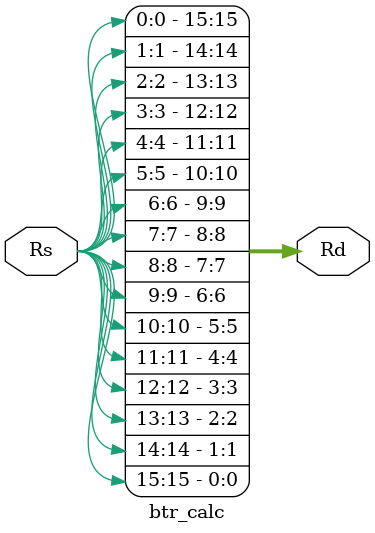
<source format=v>
module btr_calc(Rs, Rd);

input[15:0] Rs;
output[15:0] Rd;

assign Rd[15] = Rs[0];
assign Rd[14] = Rs[1];
assign Rd[13] = Rs[2];
assign Rd[12] = Rs[3];
assign Rd[11] = Rs[4];
assign Rd[10] = Rs[5];
assign Rd[9] = Rs[6];
assign Rd[8] = Rs[7];
assign Rd[7] = Rs[8];
assign Rd[6] = Rs[9];
assign Rd[5] = Rs[10];
assign Rd[4] = Rs[11];
assign Rd[3] = Rs[12];
assign Rd[2] = Rs[13];
assign Rd[1] = Rs[14];
assign Rd[0] = Rs[15];


endmodule

</source>
